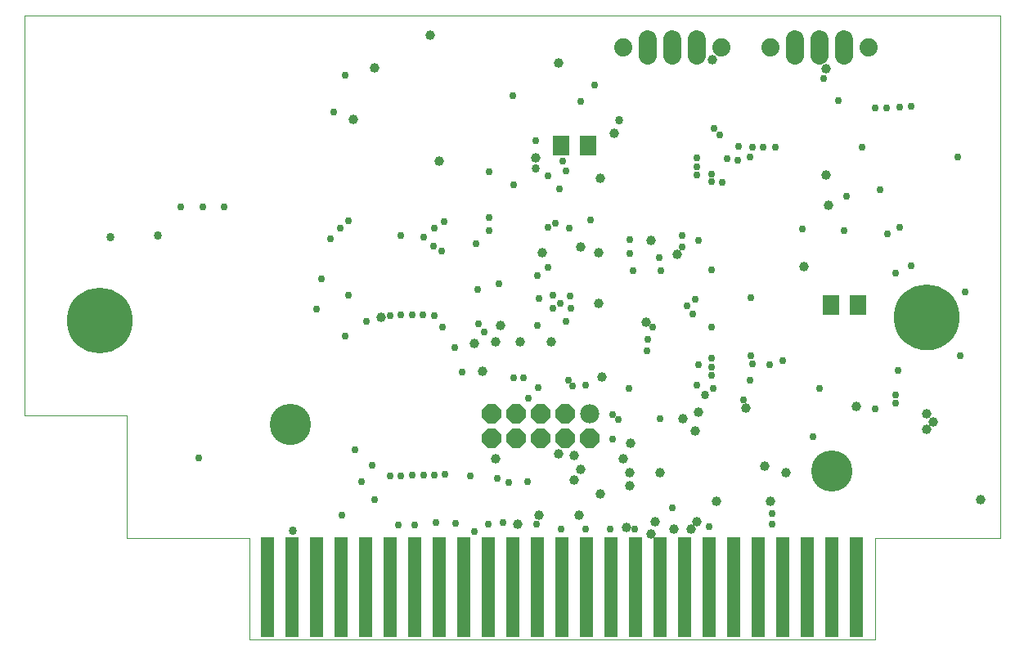
<source format=gbs>
G75*
%MOIN*%
%OFA0B0*%
%FSLAX25Y25*%
%IPPOS*%
%LPD*%
%AMOC8*
5,1,8,0,0,1.08239X$1,22.5*
%
%ADD10R,0.07099X0.07887*%
%ADD11R,0.05800X0.40800*%
%ADD12C,0.00000*%
%ADD13C,0.16800*%
%ADD14C,0.26800*%
%ADD15C,0.07800*%
%ADD16OC8,0.07800*%
%ADD17C,0.07296*%
%ADD18C,0.07400*%
%ADD19C,0.03378*%
%ADD20C,0.02984*%
%ADD21C,0.03969*%
D10*
X0220728Y0210000D03*
X0231752Y0210000D03*
X0330728Y0145000D03*
X0341752Y0145000D03*
D11*
X0341240Y0030000D03*
X0331240Y0030000D03*
X0321240Y0030000D03*
X0311240Y0030000D03*
X0301240Y0030000D03*
X0291240Y0030000D03*
X0281240Y0030000D03*
X0271240Y0030000D03*
X0261240Y0030000D03*
X0251240Y0030000D03*
X0241240Y0030000D03*
X0231240Y0030000D03*
X0221240Y0030000D03*
X0211240Y0030000D03*
X0201240Y0030000D03*
X0191240Y0030000D03*
X0181240Y0030000D03*
X0171240Y0030000D03*
X0161240Y0030000D03*
X0151240Y0030000D03*
X0141240Y0030000D03*
X0131240Y0030000D03*
X0121240Y0030000D03*
X0111240Y0030000D03*
X0101240Y0030000D03*
D12*
X0093740Y0050000D02*
X0043740Y0050000D01*
X0043740Y0100000D01*
X0002165Y0100000D01*
X0002165Y0263157D01*
X0399803Y0263157D01*
X0399803Y0050000D01*
X0348740Y0050000D01*
X0348740Y0008750D01*
X0093740Y0008750D01*
X0093740Y0050000D01*
X0102453Y0096398D02*
X0102455Y0096594D01*
X0102463Y0096791D01*
X0102475Y0096987D01*
X0102492Y0097182D01*
X0102513Y0097377D01*
X0102540Y0097572D01*
X0102571Y0097766D01*
X0102607Y0097959D01*
X0102647Y0098151D01*
X0102693Y0098342D01*
X0102743Y0098532D01*
X0102797Y0098720D01*
X0102857Y0098907D01*
X0102921Y0099093D01*
X0102989Y0099277D01*
X0103062Y0099459D01*
X0103139Y0099640D01*
X0103221Y0099818D01*
X0103307Y0099995D01*
X0103398Y0100169D01*
X0103492Y0100341D01*
X0103591Y0100511D01*
X0103694Y0100678D01*
X0103801Y0100843D01*
X0103912Y0101004D01*
X0104027Y0101164D01*
X0104146Y0101320D01*
X0104269Y0101473D01*
X0104395Y0101623D01*
X0104525Y0101770D01*
X0104659Y0101914D01*
X0104796Y0102055D01*
X0104937Y0102192D01*
X0105081Y0102326D01*
X0105228Y0102456D01*
X0105378Y0102582D01*
X0105531Y0102705D01*
X0105687Y0102824D01*
X0105847Y0102939D01*
X0106008Y0103050D01*
X0106173Y0103157D01*
X0106340Y0103260D01*
X0106510Y0103359D01*
X0106682Y0103453D01*
X0106856Y0103544D01*
X0107033Y0103630D01*
X0107211Y0103712D01*
X0107392Y0103789D01*
X0107574Y0103862D01*
X0107758Y0103930D01*
X0107944Y0103994D01*
X0108131Y0104054D01*
X0108319Y0104108D01*
X0108509Y0104158D01*
X0108700Y0104204D01*
X0108892Y0104244D01*
X0109085Y0104280D01*
X0109279Y0104311D01*
X0109474Y0104338D01*
X0109669Y0104359D01*
X0109864Y0104376D01*
X0110060Y0104388D01*
X0110257Y0104396D01*
X0110453Y0104398D01*
X0110649Y0104396D01*
X0110846Y0104388D01*
X0111042Y0104376D01*
X0111237Y0104359D01*
X0111432Y0104338D01*
X0111627Y0104311D01*
X0111821Y0104280D01*
X0112014Y0104244D01*
X0112206Y0104204D01*
X0112397Y0104158D01*
X0112587Y0104108D01*
X0112775Y0104054D01*
X0112962Y0103994D01*
X0113148Y0103930D01*
X0113332Y0103862D01*
X0113514Y0103789D01*
X0113695Y0103712D01*
X0113873Y0103630D01*
X0114050Y0103544D01*
X0114224Y0103453D01*
X0114396Y0103359D01*
X0114566Y0103260D01*
X0114733Y0103157D01*
X0114898Y0103050D01*
X0115059Y0102939D01*
X0115219Y0102824D01*
X0115375Y0102705D01*
X0115528Y0102582D01*
X0115678Y0102456D01*
X0115825Y0102326D01*
X0115969Y0102192D01*
X0116110Y0102055D01*
X0116247Y0101914D01*
X0116381Y0101770D01*
X0116511Y0101623D01*
X0116637Y0101473D01*
X0116760Y0101320D01*
X0116879Y0101164D01*
X0116994Y0101004D01*
X0117105Y0100843D01*
X0117212Y0100678D01*
X0117315Y0100511D01*
X0117414Y0100341D01*
X0117508Y0100169D01*
X0117599Y0099995D01*
X0117685Y0099818D01*
X0117767Y0099640D01*
X0117844Y0099459D01*
X0117917Y0099277D01*
X0117985Y0099093D01*
X0118049Y0098907D01*
X0118109Y0098720D01*
X0118163Y0098532D01*
X0118213Y0098342D01*
X0118259Y0098151D01*
X0118299Y0097959D01*
X0118335Y0097766D01*
X0118366Y0097572D01*
X0118393Y0097377D01*
X0118414Y0097182D01*
X0118431Y0096987D01*
X0118443Y0096791D01*
X0118451Y0096594D01*
X0118453Y0096398D01*
X0118451Y0096202D01*
X0118443Y0096005D01*
X0118431Y0095809D01*
X0118414Y0095614D01*
X0118393Y0095419D01*
X0118366Y0095224D01*
X0118335Y0095030D01*
X0118299Y0094837D01*
X0118259Y0094645D01*
X0118213Y0094454D01*
X0118163Y0094264D01*
X0118109Y0094076D01*
X0118049Y0093889D01*
X0117985Y0093703D01*
X0117917Y0093519D01*
X0117844Y0093337D01*
X0117767Y0093156D01*
X0117685Y0092978D01*
X0117599Y0092801D01*
X0117508Y0092627D01*
X0117414Y0092455D01*
X0117315Y0092285D01*
X0117212Y0092118D01*
X0117105Y0091953D01*
X0116994Y0091792D01*
X0116879Y0091632D01*
X0116760Y0091476D01*
X0116637Y0091323D01*
X0116511Y0091173D01*
X0116381Y0091026D01*
X0116247Y0090882D01*
X0116110Y0090741D01*
X0115969Y0090604D01*
X0115825Y0090470D01*
X0115678Y0090340D01*
X0115528Y0090214D01*
X0115375Y0090091D01*
X0115219Y0089972D01*
X0115059Y0089857D01*
X0114898Y0089746D01*
X0114733Y0089639D01*
X0114566Y0089536D01*
X0114396Y0089437D01*
X0114224Y0089343D01*
X0114050Y0089252D01*
X0113873Y0089166D01*
X0113695Y0089084D01*
X0113514Y0089007D01*
X0113332Y0088934D01*
X0113148Y0088866D01*
X0112962Y0088802D01*
X0112775Y0088742D01*
X0112587Y0088688D01*
X0112397Y0088638D01*
X0112206Y0088592D01*
X0112014Y0088552D01*
X0111821Y0088516D01*
X0111627Y0088485D01*
X0111432Y0088458D01*
X0111237Y0088437D01*
X0111042Y0088420D01*
X0110846Y0088408D01*
X0110649Y0088400D01*
X0110453Y0088398D01*
X0110257Y0088400D01*
X0110060Y0088408D01*
X0109864Y0088420D01*
X0109669Y0088437D01*
X0109474Y0088458D01*
X0109279Y0088485D01*
X0109085Y0088516D01*
X0108892Y0088552D01*
X0108700Y0088592D01*
X0108509Y0088638D01*
X0108319Y0088688D01*
X0108131Y0088742D01*
X0107944Y0088802D01*
X0107758Y0088866D01*
X0107574Y0088934D01*
X0107392Y0089007D01*
X0107211Y0089084D01*
X0107033Y0089166D01*
X0106856Y0089252D01*
X0106682Y0089343D01*
X0106510Y0089437D01*
X0106340Y0089536D01*
X0106173Y0089639D01*
X0106008Y0089746D01*
X0105847Y0089857D01*
X0105687Y0089972D01*
X0105531Y0090091D01*
X0105378Y0090214D01*
X0105228Y0090340D01*
X0105081Y0090470D01*
X0104937Y0090604D01*
X0104796Y0090741D01*
X0104659Y0090882D01*
X0104525Y0091026D01*
X0104395Y0091173D01*
X0104269Y0091323D01*
X0104146Y0091476D01*
X0104027Y0091632D01*
X0103912Y0091792D01*
X0103801Y0091953D01*
X0103694Y0092118D01*
X0103591Y0092285D01*
X0103492Y0092455D01*
X0103398Y0092627D01*
X0103307Y0092801D01*
X0103221Y0092978D01*
X0103139Y0093156D01*
X0103062Y0093337D01*
X0102989Y0093519D01*
X0102921Y0093703D01*
X0102857Y0093889D01*
X0102797Y0094076D01*
X0102743Y0094264D01*
X0102693Y0094454D01*
X0102647Y0094645D01*
X0102607Y0094837D01*
X0102571Y0095030D01*
X0102540Y0095224D01*
X0102513Y0095419D01*
X0102492Y0095614D01*
X0102475Y0095809D01*
X0102463Y0096005D01*
X0102455Y0096202D01*
X0102453Y0096398D01*
X0019819Y0138886D02*
X0019823Y0139205D01*
X0019835Y0139524D01*
X0019854Y0139842D01*
X0019882Y0140160D01*
X0019917Y0140477D01*
X0019960Y0140793D01*
X0020010Y0141109D01*
X0020069Y0141422D01*
X0020135Y0141734D01*
X0020209Y0142045D01*
X0020290Y0142353D01*
X0020379Y0142660D01*
X0020475Y0142964D01*
X0020579Y0143266D01*
X0020690Y0143565D01*
X0020809Y0143861D01*
X0020934Y0144154D01*
X0021067Y0144444D01*
X0021207Y0144731D01*
X0021354Y0145014D01*
X0021508Y0145294D01*
X0021669Y0145569D01*
X0021836Y0145841D01*
X0022010Y0146108D01*
X0022190Y0146372D01*
X0022377Y0146630D01*
X0022570Y0146884D01*
X0022770Y0147133D01*
X0022975Y0147377D01*
X0023187Y0147616D01*
X0023404Y0147850D01*
X0023627Y0148078D01*
X0023855Y0148301D01*
X0024089Y0148518D01*
X0024328Y0148730D01*
X0024572Y0148935D01*
X0024821Y0149135D01*
X0025075Y0149328D01*
X0025333Y0149515D01*
X0025597Y0149695D01*
X0025864Y0149869D01*
X0026136Y0150036D01*
X0026411Y0150197D01*
X0026691Y0150351D01*
X0026974Y0150498D01*
X0027261Y0150638D01*
X0027551Y0150771D01*
X0027844Y0150896D01*
X0028140Y0151015D01*
X0028439Y0151126D01*
X0028741Y0151230D01*
X0029045Y0151326D01*
X0029352Y0151415D01*
X0029660Y0151496D01*
X0029971Y0151570D01*
X0030283Y0151636D01*
X0030596Y0151695D01*
X0030912Y0151745D01*
X0031228Y0151788D01*
X0031545Y0151823D01*
X0031863Y0151851D01*
X0032181Y0151870D01*
X0032500Y0151882D01*
X0032819Y0151886D01*
X0033138Y0151882D01*
X0033457Y0151870D01*
X0033775Y0151851D01*
X0034093Y0151823D01*
X0034410Y0151788D01*
X0034726Y0151745D01*
X0035042Y0151695D01*
X0035355Y0151636D01*
X0035667Y0151570D01*
X0035978Y0151496D01*
X0036286Y0151415D01*
X0036593Y0151326D01*
X0036897Y0151230D01*
X0037199Y0151126D01*
X0037498Y0151015D01*
X0037794Y0150896D01*
X0038087Y0150771D01*
X0038377Y0150638D01*
X0038664Y0150498D01*
X0038947Y0150351D01*
X0039227Y0150197D01*
X0039502Y0150036D01*
X0039774Y0149869D01*
X0040041Y0149695D01*
X0040305Y0149515D01*
X0040563Y0149328D01*
X0040817Y0149135D01*
X0041066Y0148935D01*
X0041310Y0148730D01*
X0041549Y0148518D01*
X0041783Y0148301D01*
X0042011Y0148078D01*
X0042234Y0147850D01*
X0042451Y0147616D01*
X0042663Y0147377D01*
X0042868Y0147133D01*
X0043068Y0146884D01*
X0043261Y0146630D01*
X0043448Y0146372D01*
X0043628Y0146108D01*
X0043802Y0145841D01*
X0043969Y0145569D01*
X0044130Y0145294D01*
X0044284Y0145014D01*
X0044431Y0144731D01*
X0044571Y0144444D01*
X0044704Y0144154D01*
X0044829Y0143861D01*
X0044948Y0143565D01*
X0045059Y0143266D01*
X0045163Y0142964D01*
X0045259Y0142660D01*
X0045348Y0142353D01*
X0045429Y0142045D01*
X0045503Y0141734D01*
X0045569Y0141422D01*
X0045628Y0141109D01*
X0045678Y0140793D01*
X0045721Y0140477D01*
X0045756Y0140160D01*
X0045784Y0139842D01*
X0045803Y0139524D01*
X0045815Y0139205D01*
X0045819Y0138886D01*
X0045815Y0138567D01*
X0045803Y0138248D01*
X0045784Y0137930D01*
X0045756Y0137612D01*
X0045721Y0137295D01*
X0045678Y0136979D01*
X0045628Y0136663D01*
X0045569Y0136350D01*
X0045503Y0136038D01*
X0045429Y0135727D01*
X0045348Y0135419D01*
X0045259Y0135112D01*
X0045163Y0134808D01*
X0045059Y0134506D01*
X0044948Y0134207D01*
X0044829Y0133911D01*
X0044704Y0133618D01*
X0044571Y0133328D01*
X0044431Y0133041D01*
X0044284Y0132758D01*
X0044130Y0132478D01*
X0043969Y0132203D01*
X0043802Y0131931D01*
X0043628Y0131664D01*
X0043448Y0131400D01*
X0043261Y0131142D01*
X0043068Y0130888D01*
X0042868Y0130639D01*
X0042663Y0130395D01*
X0042451Y0130156D01*
X0042234Y0129922D01*
X0042011Y0129694D01*
X0041783Y0129471D01*
X0041549Y0129254D01*
X0041310Y0129042D01*
X0041066Y0128837D01*
X0040817Y0128637D01*
X0040563Y0128444D01*
X0040305Y0128257D01*
X0040041Y0128077D01*
X0039774Y0127903D01*
X0039502Y0127736D01*
X0039227Y0127575D01*
X0038947Y0127421D01*
X0038664Y0127274D01*
X0038377Y0127134D01*
X0038087Y0127001D01*
X0037794Y0126876D01*
X0037498Y0126757D01*
X0037199Y0126646D01*
X0036897Y0126542D01*
X0036593Y0126446D01*
X0036286Y0126357D01*
X0035978Y0126276D01*
X0035667Y0126202D01*
X0035355Y0126136D01*
X0035042Y0126077D01*
X0034726Y0126027D01*
X0034410Y0125984D01*
X0034093Y0125949D01*
X0033775Y0125921D01*
X0033457Y0125902D01*
X0033138Y0125890D01*
X0032819Y0125886D01*
X0032500Y0125890D01*
X0032181Y0125902D01*
X0031863Y0125921D01*
X0031545Y0125949D01*
X0031228Y0125984D01*
X0030912Y0126027D01*
X0030596Y0126077D01*
X0030283Y0126136D01*
X0029971Y0126202D01*
X0029660Y0126276D01*
X0029352Y0126357D01*
X0029045Y0126446D01*
X0028741Y0126542D01*
X0028439Y0126646D01*
X0028140Y0126757D01*
X0027844Y0126876D01*
X0027551Y0127001D01*
X0027261Y0127134D01*
X0026974Y0127274D01*
X0026691Y0127421D01*
X0026411Y0127575D01*
X0026136Y0127736D01*
X0025864Y0127903D01*
X0025597Y0128077D01*
X0025333Y0128257D01*
X0025075Y0128444D01*
X0024821Y0128637D01*
X0024572Y0128837D01*
X0024328Y0129042D01*
X0024089Y0129254D01*
X0023855Y0129471D01*
X0023627Y0129694D01*
X0023404Y0129922D01*
X0023187Y0130156D01*
X0022975Y0130395D01*
X0022770Y0130639D01*
X0022570Y0130888D01*
X0022377Y0131142D01*
X0022190Y0131400D01*
X0022010Y0131664D01*
X0021836Y0131931D01*
X0021669Y0132203D01*
X0021508Y0132478D01*
X0021354Y0132758D01*
X0021207Y0133041D01*
X0021067Y0133328D01*
X0020934Y0133618D01*
X0020809Y0133911D01*
X0020690Y0134207D01*
X0020579Y0134506D01*
X0020475Y0134808D01*
X0020379Y0135112D01*
X0020290Y0135419D01*
X0020209Y0135727D01*
X0020135Y0136038D01*
X0020069Y0136350D01*
X0020010Y0136663D01*
X0019960Y0136979D01*
X0019917Y0137295D01*
X0019882Y0137612D01*
X0019854Y0137930D01*
X0019835Y0138248D01*
X0019823Y0138567D01*
X0019819Y0138886D01*
X0323197Y0077500D02*
X0323199Y0077696D01*
X0323207Y0077893D01*
X0323219Y0078089D01*
X0323236Y0078284D01*
X0323257Y0078479D01*
X0323284Y0078674D01*
X0323315Y0078868D01*
X0323351Y0079061D01*
X0323391Y0079253D01*
X0323437Y0079444D01*
X0323487Y0079634D01*
X0323541Y0079822D01*
X0323601Y0080009D01*
X0323665Y0080195D01*
X0323733Y0080379D01*
X0323806Y0080561D01*
X0323883Y0080742D01*
X0323965Y0080920D01*
X0324051Y0081097D01*
X0324142Y0081271D01*
X0324236Y0081443D01*
X0324335Y0081613D01*
X0324438Y0081780D01*
X0324545Y0081945D01*
X0324656Y0082106D01*
X0324771Y0082266D01*
X0324890Y0082422D01*
X0325013Y0082575D01*
X0325139Y0082725D01*
X0325269Y0082872D01*
X0325403Y0083016D01*
X0325540Y0083157D01*
X0325681Y0083294D01*
X0325825Y0083428D01*
X0325972Y0083558D01*
X0326122Y0083684D01*
X0326275Y0083807D01*
X0326431Y0083926D01*
X0326591Y0084041D01*
X0326752Y0084152D01*
X0326917Y0084259D01*
X0327084Y0084362D01*
X0327254Y0084461D01*
X0327426Y0084555D01*
X0327600Y0084646D01*
X0327777Y0084732D01*
X0327955Y0084814D01*
X0328136Y0084891D01*
X0328318Y0084964D01*
X0328502Y0085032D01*
X0328688Y0085096D01*
X0328875Y0085156D01*
X0329063Y0085210D01*
X0329253Y0085260D01*
X0329444Y0085306D01*
X0329636Y0085346D01*
X0329829Y0085382D01*
X0330023Y0085413D01*
X0330218Y0085440D01*
X0330413Y0085461D01*
X0330608Y0085478D01*
X0330804Y0085490D01*
X0331001Y0085498D01*
X0331197Y0085500D01*
X0331393Y0085498D01*
X0331590Y0085490D01*
X0331786Y0085478D01*
X0331981Y0085461D01*
X0332176Y0085440D01*
X0332371Y0085413D01*
X0332565Y0085382D01*
X0332758Y0085346D01*
X0332950Y0085306D01*
X0333141Y0085260D01*
X0333331Y0085210D01*
X0333519Y0085156D01*
X0333706Y0085096D01*
X0333892Y0085032D01*
X0334076Y0084964D01*
X0334258Y0084891D01*
X0334439Y0084814D01*
X0334617Y0084732D01*
X0334794Y0084646D01*
X0334968Y0084555D01*
X0335140Y0084461D01*
X0335310Y0084362D01*
X0335477Y0084259D01*
X0335642Y0084152D01*
X0335803Y0084041D01*
X0335963Y0083926D01*
X0336119Y0083807D01*
X0336272Y0083684D01*
X0336422Y0083558D01*
X0336569Y0083428D01*
X0336713Y0083294D01*
X0336854Y0083157D01*
X0336991Y0083016D01*
X0337125Y0082872D01*
X0337255Y0082725D01*
X0337381Y0082575D01*
X0337504Y0082422D01*
X0337623Y0082266D01*
X0337738Y0082106D01*
X0337849Y0081945D01*
X0337956Y0081780D01*
X0338059Y0081613D01*
X0338158Y0081443D01*
X0338252Y0081271D01*
X0338343Y0081097D01*
X0338429Y0080920D01*
X0338511Y0080742D01*
X0338588Y0080561D01*
X0338661Y0080379D01*
X0338729Y0080195D01*
X0338793Y0080009D01*
X0338853Y0079822D01*
X0338907Y0079634D01*
X0338957Y0079444D01*
X0339003Y0079253D01*
X0339043Y0079061D01*
X0339079Y0078868D01*
X0339110Y0078674D01*
X0339137Y0078479D01*
X0339158Y0078284D01*
X0339175Y0078089D01*
X0339187Y0077893D01*
X0339195Y0077696D01*
X0339197Y0077500D01*
X0339195Y0077304D01*
X0339187Y0077107D01*
X0339175Y0076911D01*
X0339158Y0076716D01*
X0339137Y0076521D01*
X0339110Y0076326D01*
X0339079Y0076132D01*
X0339043Y0075939D01*
X0339003Y0075747D01*
X0338957Y0075556D01*
X0338907Y0075366D01*
X0338853Y0075178D01*
X0338793Y0074991D01*
X0338729Y0074805D01*
X0338661Y0074621D01*
X0338588Y0074439D01*
X0338511Y0074258D01*
X0338429Y0074080D01*
X0338343Y0073903D01*
X0338252Y0073729D01*
X0338158Y0073557D01*
X0338059Y0073387D01*
X0337956Y0073220D01*
X0337849Y0073055D01*
X0337738Y0072894D01*
X0337623Y0072734D01*
X0337504Y0072578D01*
X0337381Y0072425D01*
X0337255Y0072275D01*
X0337125Y0072128D01*
X0336991Y0071984D01*
X0336854Y0071843D01*
X0336713Y0071706D01*
X0336569Y0071572D01*
X0336422Y0071442D01*
X0336272Y0071316D01*
X0336119Y0071193D01*
X0335963Y0071074D01*
X0335803Y0070959D01*
X0335642Y0070848D01*
X0335477Y0070741D01*
X0335310Y0070638D01*
X0335140Y0070539D01*
X0334968Y0070445D01*
X0334794Y0070354D01*
X0334617Y0070268D01*
X0334439Y0070186D01*
X0334258Y0070109D01*
X0334076Y0070036D01*
X0333892Y0069968D01*
X0333706Y0069904D01*
X0333519Y0069844D01*
X0333331Y0069790D01*
X0333141Y0069740D01*
X0332950Y0069694D01*
X0332758Y0069654D01*
X0332565Y0069618D01*
X0332371Y0069587D01*
X0332176Y0069560D01*
X0331981Y0069539D01*
X0331786Y0069522D01*
X0331590Y0069510D01*
X0331393Y0069502D01*
X0331197Y0069500D01*
X0331001Y0069502D01*
X0330804Y0069510D01*
X0330608Y0069522D01*
X0330413Y0069539D01*
X0330218Y0069560D01*
X0330023Y0069587D01*
X0329829Y0069618D01*
X0329636Y0069654D01*
X0329444Y0069694D01*
X0329253Y0069740D01*
X0329063Y0069790D01*
X0328875Y0069844D01*
X0328688Y0069904D01*
X0328502Y0069968D01*
X0328318Y0070036D01*
X0328136Y0070109D01*
X0327955Y0070186D01*
X0327777Y0070268D01*
X0327600Y0070354D01*
X0327426Y0070445D01*
X0327254Y0070539D01*
X0327084Y0070638D01*
X0326917Y0070741D01*
X0326752Y0070848D01*
X0326591Y0070959D01*
X0326431Y0071074D01*
X0326275Y0071193D01*
X0326122Y0071316D01*
X0325972Y0071442D01*
X0325825Y0071572D01*
X0325681Y0071706D01*
X0325540Y0071843D01*
X0325403Y0071984D01*
X0325269Y0072128D01*
X0325139Y0072275D01*
X0325013Y0072425D01*
X0324890Y0072578D01*
X0324771Y0072734D01*
X0324656Y0072894D01*
X0324545Y0073055D01*
X0324438Y0073220D01*
X0324335Y0073387D01*
X0324236Y0073557D01*
X0324142Y0073729D01*
X0324051Y0073903D01*
X0323965Y0074080D01*
X0323883Y0074258D01*
X0323806Y0074439D01*
X0323733Y0074621D01*
X0323665Y0074805D01*
X0323601Y0074991D01*
X0323541Y0075178D01*
X0323487Y0075366D01*
X0323437Y0075556D01*
X0323391Y0075747D01*
X0323351Y0075939D01*
X0323315Y0076132D01*
X0323284Y0076326D01*
X0323257Y0076521D01*
X0323236Y0076716D01*
X0323219Y0076911D01*
X0323207Y0077107D01*
X0323199Y0077304D01*
X0323197Y0077500D01*
X0356854Y0139949D02*
X0356858Y0140268D01*
X0356870Y0140587D01*
X0356889Y0140905D01*
X0356917Y0141223D01*
X0356952Y0141540D01*
X0356995Y0141856D01*
X0357045Y0142172D01*
X0357104Y0142485D01*
X0357170Y0142797D01*
X0357244Y0143108D01*
X0357325Y0143416D01*
X0357414Y0143723D01*
X0357510Y0144027D01*
X0357614Y0144329D01*
X0357725Y0144628D01*
X0357844Y0144924D01*
X0357969Y0145217D01*
X0358102Y0145507D01*
X0358242Y0145794D01*
X0358389Y0146077D01*
X0358543Y0146357D01*
X0358704Y0146632D01*
X0358871Y0146904D01*
X0359045Y0147171D01*
X0359225Y0147435D01*
X0359412Y0147693D01*
X0359605Y0147947D01*
X0359805Y0148196D01*
X0360010Y0148440D01*
X0360222Y0148679D01*
X0360439Y0148913D01*
X0360662Y0149141D01*
X0360890Y0149364D01*
X0361124Y0149581D01*
X0361363Y0149793D01*
X0361607Y0149998D01*
X0361856Y0150198D01*
X0362110Y0150391D01*
X0362368Y0150578D01*
X0362632Y0150758D01*
X0362899Y0150932D01*
X0363171Y0151099D01*
X0363446Y0151260D01*
X0363726Y0151414D01*
X0364009Y0151561D01*
X0364296Y0151701D01*
X0364586Y0151834D01*
X0364879Y0151959D01*
X0365175Y0152078D01*
X0365474Y0152189D01*
X0365776Y0152293D01*
X0366080Y0152389D01*
X0366387Y0152478D01*
X0366695Y0152559D01*
X0367006Y0152633D01*
X0367318Y0152699D01*
X0367631Y0152758D01*
X0367947Y0152808D01*
X0368263Y0152851D01*
X0368580Y0152886D01*
X0368898Y0152914D01*
X0369216Y0152933D01*
X0369535Y0152945D01*
X0369854Y0152949D01*
X0370173Y0152945D01*
X0370492Y0152933D01*
X0370810Y0152914D01*
X0371128Y0152886D01*
X0371445Y0152851D01*
X0371761Y0152808D01*
X0372077Y0152758D01*
X0372390Y0152699D01*
X0372702Y0152633D01*
X0373013Y0152559D01*
X0373321Y0152478D01*
X0373628Y0152389D01*
X0373932Y0152293D01*
X0374234Y0152189D01*
X0374533Y0152078D01*
X0374829Y0151959D01*
X0375122Y0151834D01*
X0375412Y0151701D01*
X0375699Y0151561D01*
X0375982Y0151414D01*
X0376262Y0151260D01*
X0376537Y0151099D01*
X0376809Y0150932D01*
X0377076Y0150758D01*
X0377340Y0150578D01*
X0377598Y0150391D01*
X0377852Y0150198D01*
X0378101Y0149998D01*
X0378345Y0149793D01*
X0378584Y0149581D01*
X0378818Y0149364D01*
X0379046Y0149141D01*
X0379269Y0148913D01*
X0379486Y0148679D01*
X0379698Y0148440D01*
X0379903Y0148196D01*
X0380103Y0147947D01*
X0380296Y0147693D01*
X0380483Y0147435D01*
X0380663Y0147171D01*
X0380837Y0146904D01*
X0381004Y0146632D01*
X0381165Y0146357D01*
X0381319Y0146077D01*
X0381466Y0145794D01*
X0381606Y0145507D01*
X0381739Y0145217D01*
X0381864Y0144924D01*
X0381983Y0144628D01*
X0382094Y0144329D01*
X0382198Y0144027D01*
X0382294Y0143723D01*
X0382383Y0143416D01*
X0382464Y0143108D01*
X0382538Y0142797D01*
X0382604Y0142485D01*
X0382663Y0142172D01*
X0382713Y0141856D01*
X0382756Y0141540D01*
X0382791Y0141223D01*
X0382819Y0140905D01*
X0382838Y0140587D01*
X0382850Y0140268D01*
X0382854Y0139949D01*
X0382850Y0139630D01*
X0382838Y0139311D01*
X0382819Y0138993D01*
X0382791Y0138675D01*
X0382756Y0138358D01*
X0382713Y0138042D01*
X0382663Y0137726D01*
X0382604Y0137413D01*
X0382538Y0137101D01*
X0382464Y0136790D01*
X0382383Y0136482D01*
X0382294Y0136175D01*
X0382198Y0135871D01*
X0382094Y0135569D01*
X0381983Y0135270D01*
X0381864Y0134974D01*
X0381739Y0134681D01*
X0381606Y0134391D01*
X0381466Y0134104D01*
X0381319Y0133821D01*
X0381165Y0133541D01*
X0381004Y0133266D01*
X0380837Y0132994D01*
X0380663Y0132727D01*
X0380483Y0132463D01*
X0380296Y0132205D01*
X0380103Y0131951D01*
X0379903Y0131702D01*
X0379698Y0131458D01*
X0379486Y0131219D01*
X0379269Y0130985D01*
X0379046Y0130757D01*
X0378818Y0130534D01*
X0378584Y0130317D01*
X0378345Y0130105D01*
X0378101Y0129900D01*
X0377852Y0129700D01*
X0377598Y0129507D01*
X0377340Y0129320D01*
X0377076Y0129140D01*
X0376809Y0128966D01*
X0376537Y0128799D01*
X0376262Y0128638D01*
X0375982Y0128484D01*
X0375699Y0128337D01*
X0375412Y0128197D01*
X0375122Y0128064D01*
X0374829Y0127939D01*
X0374533Y0127820D01*
X0374234Y0127709D01*
X0373932Y0127605D01*
X0373628Y0127509D01*
X0373321Y0127420D01*
X0373013Y0127339D01*
X0372702Y0127265D01*
X0372390Y0127199D01*
X0372077Y0127140D01*
X0371761Y0127090D01*
X0371445Y0127047D01*
X0371128Y0127012D01*
X0370810Y0126984D01*
X0370492Y0126965D01*
X0370173Y0126953D01*
X0369854Y0126949D01*
X0369535Y0126953D01*
X0369216Y0126965D01*
X0368898Y0126984D01*
X0368580Y0127012D01*
X0368263Y0127047D01*
X0367947Y0127090D01*
X0367631Y0127140D01*
X0367318Y0127199D01*
X0367006Y0127265D01*
X0366695Y0127339D01*
X0366387Y0127420D01*
X0366080Y0127509D01*
X0365776Y0127605D01*
X0365474Y0127709D01*
X0365175Y0127820D01*
X0364879Y0127939D01*
X0364586Y0128064D01*
X0364296Y0128197D01*
X0364009Y0128337D01*
X0363726Y0128484D01*
X0363446Y0128638D01*
X0363171Y0128799D01*
X0362899Y0128966D01*
X0362632Y0129140D01*
X0362368Y0129320D01*
X0362110Y0129507D01*
X0361856Y0129700D01*
X0361607Y0129900D01*
X0361363Y0130105D01*
X0361124Y0130317D01*
X0360890Y0130534D01*
X0360662Y0130757D01*
X0360439Y0130985D01*
X0360222Y0131219D01*
X0360010Y0131458D01*
X0359805Y0131702D01*
X0359605Y0131951D01*
X0359412Y0132205D01*
X0359225Y0132463D01*
X0359045Y0132727D01*
X0358871Y0132994D01*
X0358704Y0133266D01*
X0358543Y0133541D01*
X0358389Y0133821D01*
X0358242Y0134104D01*
X0358102Y0134391D01*
X0357969Y0134681D01*
X0357844Y0134974D01*
X0357725Y0135270D01*
X0357614Y0135569D01*
X0357510Y0135871D01*
X0357414Y0136175D01*
X0357325Y0136482D01*
X0357244Y0136790D01*
X0357170Y0137101D01*
X0357104Y0137413D01*
X0357045Y0137726D01*
X0356995Y0138042D01*
X0356952Y0138358D01*
X0356917Y0138675D01*
X0356889Y0138993D01*
X0356870Y0139311D01*
X0356858Y0139630D01*
X0356854Y0139949D01*
D13*
X0331197Y0077500D03*
X0110453Y0096398D03*
D14*
X0032819Y0138886D03*
X0369854Y0139949D03*
D15*
X0232645Y0100572D03*
D16*
X0222645Y0100572D03*
X0212645Y0100572D03*
X0202645Y0100572D03*
X0192645Y0100572D03*
X0192645Y0090572D03*
X0202645Y0090572D03*
X0212645Y0090572D03*
X0222645Y0090572D03*
X0232645Y0090572D03*
D17*
X0256240Y0246752D02*
X0256240Y0253248D01*
X0266240Y0253248D02*
X0266240Y0246752D01*
X0276240Y0246752D02*
X0276240Y0253248D01*
X0316240Y0253248D02*
X0316240Y0246752D01*
X0326240Y0246752D02*
X0326240Y0253248D01*
X0336240Y0253248D02*
X0336240Y0246752D01*
D18*
X0346240Y0250000D03*
X0306240Y0250000D03*
X0286240Y0250000D03*
X0246240Y0250000D03*
D19*
X0244505Y0220351D03*
X0210505Y0200729D03*
X0279679Y0108504D03*
X0111601Y0053145D03*
X0056496Y0173372D03*
X0037056Y0172583D03*
D20*
X0066047Y0185066D03*
X0074942Y0185178D03*
X0083651Y0185030D03*
X0126965Y0172115D03*
X0130794Y0176395D03*
X0134284Y0179323D03*
X0155445Y0173379D03*
X0164913Y0172678D03*
X0168854Y0169102D03*
X0172232Y0166935D03*
X0169304Y0176507D03*
X0173133Y0179097D03*
X0186074Y0170042D03*
X0191684Y0175278D03*
X0191497Y0180701D03*
X0201509Y0194075D03*
X0191653Y0199358D03*
X0210498Y0211956D03*
X0221505Y0203832D03*
X0222894Y0199637D03*
X0215444Y0197725D03*
X0220190Y0192449D03*
X0233040Y0179780D03*
X0224117Y0176456D03*
X0218691Y0178525D03*
X0215454Y0176736D03*
X0215625Y0160296D03*
X0211132Y0157134D03*
X0217614Y0148916D03*
X0220480Y0145871D03*
X0217682Y0143661D03*
X0211816Y0147677D03*
X0211126Y0136715D03*
X0222872Y0138339D03*
X0224952Y0143725D03*
X0224695Y0148844D03*
X0248824Y0165924D03*
X0248824Y0171884D03*
X0261043Y0164515D03*
X0261523Y0158917D03*
X0250304Y0158917D03*
X0270205Y0168751D03*
X0270346Y0173414D03*
X0276873Y0171282D03*
X0282371Y0159303D03*
X0298229Y0148212D03*
X0282371Y0136217D03*
X0274709Y0141321D03*
X0272212Y0144734D03*
X0275541Y0147480D03*
X0258387Y0135966D03*
X0256349Y0130950D03*
X0255879Y0126242D03*
X0248510Y0111184D03*
X0241769Y0100519D03*
X0244228Y0098227D03*
X0241890Y0090466D03*
X0261337Y0098788D03*
X0276103Y0112439D03*
X0282371Y0116401D03*
X0282844Y0110996D03*
X0282371Y0119813D03*
X0282371Y0123226D03*
X0276783Y0120666D03*
X0298160Y0124370D03*
X0298761Y0120899D03*
X0305973Y0120762D03*
X0311232Y0122416D03*
X0297864Y0114450D03*
X0295305Y0106480D03*
X0326269Y0111194D03*
X0348741Y0102753D03*
X0357359Y0104976D03*
X0357209Y0108361D03*
X0358202Y0118288D03*
X0383547Y0124306D03*
X0385425Y0150247D03*
X0363669Y0161053D03*
X0357342Y0157920D03*
X0353870Y0174186D03*
X0358732Y0176839D03*
X0350769Y0191922D03*
X0337121Y0189425D03*
X0336289Y0175443D03*
X0319313Y0176109D03*
X0286584Y0195052D03*
X0282078Y0195303D03*
X0282371Y0198233D03*
X0276246Y0198018D03*
X0276246Y0201506D03*
X0276246Y0204890D03*
X0288684Y0204772D03*
X0292830Y0204061D03*
X0297805Y0205246D03*
X0298732Y0209388D03*
X0303136Y0209511D03*
X0308348Y0209511D03*
X0293192Y0209580D03*
X0285467Y0214397D03*
X0283218Y0216935D03*
X0327964Y0237430D03*
X0333959Y0228540D03*
X0348938Y0225544D03*
X0353598Y0225544D03*
X0358924Y0225877D03*
X0363706Y0226042D03*
X0343612Y0209232D03*
X0382433Y0205253D03*
X0234625Y0234627D03*
X0228898Y0228045D03*
X0201171Y0230336D03*
X0132730Y0238833D03*
X0128316Y0223579D03*
X0123339Y0155641D03*
X0134067Y0149162D03*
X0121078Y0143426D03*
X0132921Y0132528D03*
X0141396Y0138325D03*
X0151260Y0140749D03*
X0155653Y0140940D03*
X0160238Y0140940D03*
X0164632Y0140940D03*
X0169216Y0140797D03*
X0172655Y0135969D03*
X0177430Y0127748D03*
X0180603Y0117576D03*
X0201551Y0115459D03*
X0205511Y0115320D03*
X0211492Y0111496D03*
X0207503Y0107053D03*
X0223850Y0114399D03*
X0225547Y0112100D03*
X0230726Y0112261D03*
X0189721Y0134057D03*
X0187364Y0137308D03*
X0186999Y0151308D03*
X0195487Y0153805D03*
X0136877Y0086199D03*
X0143760Y0079833D03*
X0151069Y0075360D03*
X0155653Y0075551D03*
X0160238Y0075742D03*
X0164823Y0075742D03*
X0169216Y0075742D03*
X0173419Y0075934D03*
X0183734Y0075360D03*
X0195026Y0074489D03*
X0199398Y0072875D03*
X0207230Y0073066D03*
X0211051Y0055858D03*
X0220984Y0053564D03*
X0230917Y0053755D03*
X0241042Y0053755D03*
X0250975Y0053564D03*
X0266069Y0062344D03*
X0281200Y0054602D03*
X0306837Y0055762D03*
X0306998Y0059952D03*
X0323605Y0091422D03*
X0197297Y0056241D03*
X0191184Y0055858D03*
X0185487Y0052640D03*
X0177812Y0056049D03*
X0169789Y0056241D03*
X0161193Y0055476D03*
X0154698Y0055476D03*
X0144891Y0065587D03*
X0139399Y0072911D03*
X0131393Y0059300D03*
X0073374Y0082821D03*
D21*
X0147490Y0140000D03*
X0185615Y0129375D03*
X0194365Y0130000D03*
X0204365Y0130000D03*
X0196240Y0136875D03*
X0216865Y0130000D03*
X0237490Y0115625D03*
X0255615Y0138125D03*
X0236240Y0145625D03*
X0236240Y0166250D03*
X0228740Y0168750D03*
X0213115Y0166250D03*
X0236865Y0196875D03*
X0242490Y0215000D03*
X0210615Y0205000D03*
X0171240Y0203750D03*
X0136240Y0220625D03*
X0144990Y0241875D03*
X0167490Y0255000D03*
X0219990Y0243750D03*
X0282490Y0245000D03*
X0328740Y0241250D03*
X0328740Y0198125D03*
X0329990Y0185625D03*
X0319990Y0160625D03*
X0268115Y0165625D03*
X0257490Y0171250D03*
X0188740Y0118125D03*
X0194365Y0082500D03*
X0219990Y0084375D03*
X0226240Y0083750D03*
X0228740Y0078125D03*
X0226240Y0073750D03*
X0236865Y0068125D03*
X0248740Y0071250D03*
X0248740Y0076875D03*
X0246240Y0082500D03*
X0249365Y0088750D03*
X0261240Y0076875D03*
X0275615Y0093750D03*
X0270615Y0098750D03*
X0276865Y0101250D03*
X0296240Y0103125D03*
X0303740Y0079375D03*
X0312490Y0076875D03*
X0306240Y0065000D03*
X0284365Y0065000D03*
X0276240Y0056875D03*
X0273740Y0053750D03*
X0266865Y0053750D03*
X0259365Y0056875D03*
X0257490Y0051875D03*
X0247490Y0054375D03*
X0228115Y0059375D03*
X0211865Y0059375D03*
X0203115Y0055625D03*
X0341240Y0103750D03*
X0369990Y0100625D03*
X0372490Y0097500D03*
X0369990Y0094375D03*
X0391865Y0065625D03*
M02*

</source>
